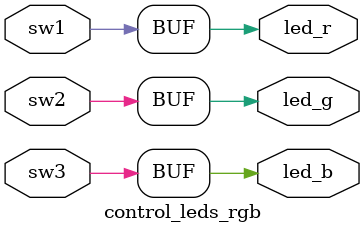
<source format=v>
`timescale 1ns / 1ps
module control_leds_rgb(
    input sw1, sw2,sw3,
    output led_r, led_g, led_b
    );
    
    assign led_r=sw1;
    assign led_g=sw2;
    assign led_b=sw3;
    
endmodule

</source>
